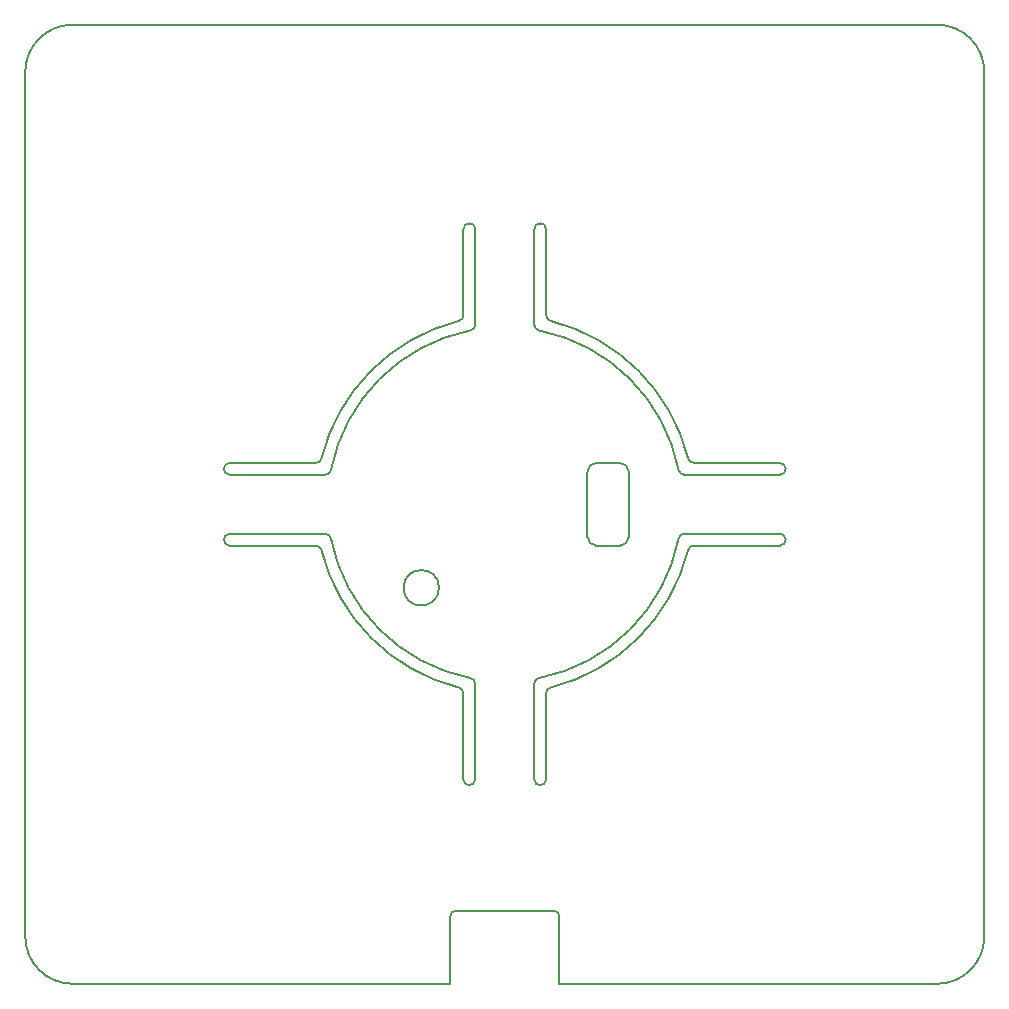
<source format=gbr>
%TF.GenerationSoftware,KiCad,Pcbnew,(6.0.5)*%
%TF.CreationDate,2023-11-29T10:13:34+07:00*%
%TF.ProjectId,view_base,76696577-5f62-4617-9365-2e6b69636164,rev?*%
%TF.SameCoordinates,Original*%
%TF.FileFunction,Profile,NP*%
%FSLAX46Y46*%
G04 Gerber Fmt 4.6, Leading zero omitted, Abs format (unit mm)*
G04 Created by KiCad (PCBNEW (6.0.5)) date 2023-11-29 10:13:34*
%MOMM*%
%LPD*%
G01*
G04 APERTURE LIST*
%TA.AperFunction,Profile*%
%ADD10C,0.200000*%
%TD*%
G04 APERTURE END LIST*
D10*
X84793094Y-102499999D02*
X76709801Y-102499999D01*
X96500000Y-116007810D02*
X96500000Y-123290199D01*
X97500000Y-123290199D02*
X97500001Y-115206906D01*
X103878784Y-115522715D02*
G75*
G03*
X103499999Y-116007810I121216J-485085D01*
G01*
X96500000Y-123290199D02*
G75*
G03*
X97500000Y-123290199I500000J0D01*
G01*
X102903225Y-114716360D02*
G75*
G03*
X114716360Y-102903226I-2903225J14716360D01*
G01*
X115206906Y-102500006D02*
G75*
G03*
X114716361Y-102903226I-6J-499994D01*
G01*
X103878787Y-115522726D02*
G75*
G03*
X115522725Y-103878788I-3878787J15522726D01*
G01*
X109749999Y-103499999D02*
G75*
G03*
X110499999Y-102750000I1J749999D01*
G01*
X116007810Y-103500011D02*
G75*
G03*
X115522726Y-103878787I-10J-499989D01*
G01*
X110499999Y-102750000D02*
X110499999Y-97250001D01*
X123290199Y-97499999D02*
G75*
G03*
X123290199Y-96500001I1J499999D01*
G01*
X102499999Y-123290199D02*
G75*
G03*
X103499999Y-123290199I500000J0D01*
G01*
X103499999Y-123290199D02*
X103499999Y-116007810D01*
X110499999Y-97250001D02*
G75*
G03*
X109749999Y-96500001I-749999J1D01*
G01*
X109749999Y-96500001D02*
X107749999Y-96500001D01*
X107749999Y-96499999D02*
G75*
G03*
X106999999Y-97250001I1J-750001D01*
G01*
X106999999Y-97250001D02*
X106999999Y-102750000D01*
X94428933Y-107071067D02*
G75*
G03*
X94428933Y-107071067I-1500000J0D01*
G01*
X116007810Y-103500000D02*
X123290199Y-103500000D01*
X107000000Y-102750000D02*
G75*
G03*
X107749999Y-103500000I750000J0D01*
G01*
X114716360Y-97096775D02*
G75*
G03*
X102903226Y-85283640I-14716360J-2903225D01*
G01*
X115206906Y-97500001D02*
X123290199Y-97500001D01*
X84477274Y-103878787D02*
G75*
G03*
X96121212Y-115522725I15522726J3878787D01*
G01*
X114716353Y-97096776D02*
G75*
G03*
X115206906Y-97500002I490547J96776D01*
G01*
X102903224Y-114716353D02*
G75*
G03*
X102499998Y-115206906I96776J-490547D01*
G01*
X136600000Y-140600000D02*
G75*
G03*
X140600000Y-136599999I0J4000000D01*
G01*
X123290199Y-102500000D02*
X115206906Y-102500000D01*
X76709801Y-102500001D02*
G75*
G03*
X76709801Y-103499999I-1J-499999D01*
G01*
X85283640Y-102903225D02*
G75*
G03*
X97096774Y-114716360I14716360J2903225D01*
G01*
X84477285Y-103878784D02*
G75*
G03*
X83992190Y-103499999I-485085J-121216D01*
G01*
X97499995Y-115206906D02*
G75*
G03*
X97096774Y-114716360I-499995J6D01*
G01*
X76709801Y-103499999D02*
X83992190Y-103499999D01*
X102499999Y-115206906D02*
X102499999Y-123290199D01*
X85283647Y-102903224D02*
G75*
G03*
X84793094Y-102499998I-490547J-96776D01*
G01*
X107749999Y-103500000D02*
X109749999Y-103500000D01*
X102500006Y-84793094D02*
G75*
G03*
X102903226Y-85283639I499994J-6D01*
G01*
X123290199Y-96500001D02*
X116007810Y-96500001D01*
X123290199Y-103500000D02*
G75*
G03*
X123290199Y-102500000I1J500000D01*
G01*
X96499989Y-116007810D02*
G75*
G03*
X96121213Y-115522726I-499989J10D01*
G01*
X63400001Y-59400001D02*
G75*
G03*
X59400001Y-63400000I-1J-3999999D01*
G01*
X140600000Y-63400000D02*
G75*
G03*
X136600000Y-59400000I-4000000J0D01*
G01*
X59400001Y-136599999D02*
X59400001Y-63400000D01*
X136600000Y-140599999D02*
X104619999Y-140600000D01*
X95380000Y-140600000D02*
X63400001Y-140599999D01*
X59400001Y-136599999D02*
G75*
G03*
X63400001Y-140599999I3999999J-1D01*
G01*
X140600000Y-63400000D02*
X140600000Y-136599999D01*
X63400001Y-59400000D02*
X136600000Y-59400000D01*
X97096776Y-85283647D02*
G75*
G03*
X97500002Y-84793094I-96776J490547D01*
G01*
X115522726Y-96121213D02*
G75*
G03*
X103878788Y-84477275I-15522726J-3878787D01*
G01*
X103500011Y-83992190D02*
G75*
G03*
X103878787Y-84477274I499989J-10D01*
G01*
X103500000Y-76709801D02*
G75*
G03*
X102500000Y-76709801I-500000J0D01*
G01*
X83992190Y-96500000D02*
X76709801Y-96500000D01*
X102500000Y-76709801D02*
X102500000Y-84793094D01*
X115522715Y-96121216D02*
G75*
G03*
X116007810Y-96500001I485085J121216D01*
G01*
X97096775Y-85283640D02*
G75*
G03*
X85283640Y-97096774I2903225J-14716360D01*
G01*
X96500001Y-76709801D02*
X96500001Y-83992190D01*
X103500000Y-83992190D02*
X103500000Y-76709801D01*
X76709801Y-97500000D02*
X84793094Y-97500000D01*
X96121216Y-84477285D02*
G75*
G03*
X96500001Y-83992190I-121216J485085D01*
G01*
X96121213Y-84477274D02*
G75*
G03*
X84477275Y-96121212I3878787J-15522726D01*
G01*
X76709801Y-96500000D02*
G75*
G03*
X76709801Y-97500000I-1J-500000D01*
G01*
X84793094Y-97499993D02*
G75*
G03*
X85283638Y-97096775I6J499993D01*
G01*
X97500001Y-84793094D02*
X97500001Y-76709801D01*
X97500001Y-76709801D02*
G75*
G03*
X96500001Y-76709801I-500000J0D01*
G01*
X83992190Y-96499989D02*
G75*
G03*
X84477274Y-96121213I10J499989D01*
G01*
%TO.C,J2*%
X95380000Y-140600000D02*
X95380000Y-134900000D01*
X95880000Y-134400000D02*
X104120000Y-134400000D01*
X104620000Y-140600000D02*
X104620000Y-134900000D01*
X95880000Y-134400000D02*
G75*
G03*
X95380000Y-134900000I1J-500001D01*
G01*
X104620000Y-134900000D02*
G75*
G03*
X104120000Y-134400000I-500000J0D01*
G01*
%TD*%
M02*

</source>
